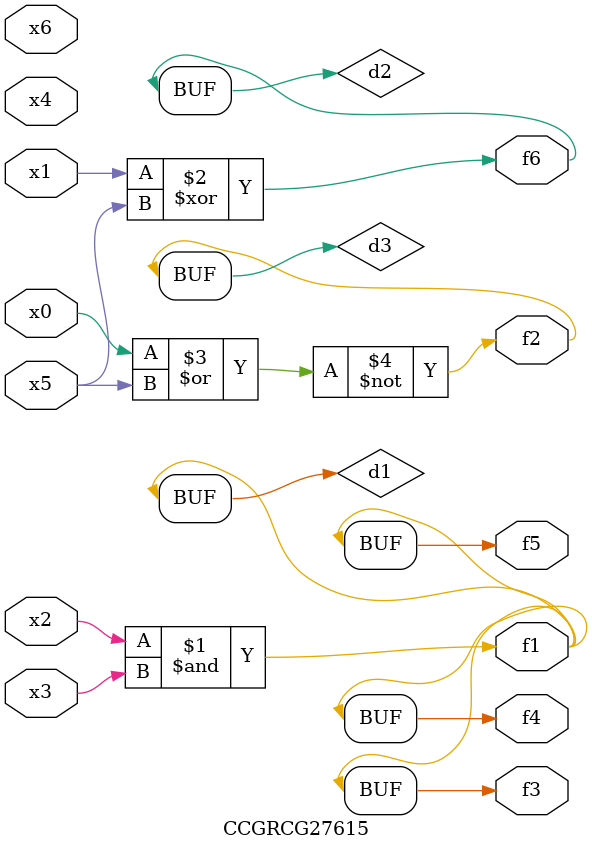
<source format=v>
module CCGRCG27615(
	input x0, x1, x2, x3, x4, x5, x6,
	output f1, f2, f3, f4, f5, f6
);

	wire d1, d2, d3;

	and (d1, x2, x3);
	xor (d2, x1, x5);
	nor (d3, x0, x5);
	assign f1 = d1;
	assign f2 = d3;
	assign f3 = d1;
	assign f4 = d1;
	assign f5 = d1;
	assign f6 = d2;
endmodule

</source>
